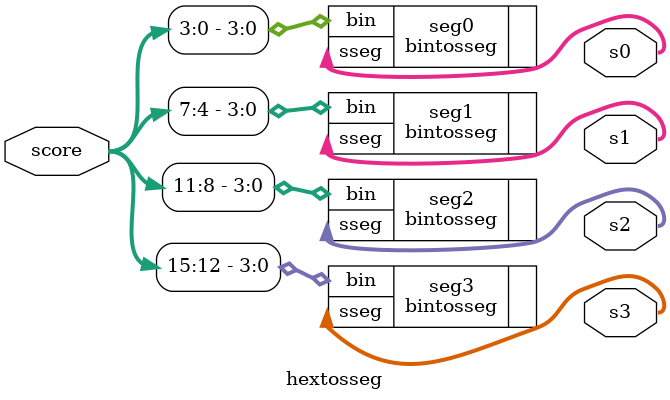
<source format=sv>
module hextosseg(
	input logic [15:0] score,
	output logic [6:0] s0,s1,s2,s3
);




bintosseg seg0(.bin(score[3:0]),.sseg(s0));
bintosseg seg1(.bin(score[7:4]),.sseg(s1));
bintosseg seg2(.bin(score[11:8]),.sseg(s2));
bintosseg seg3(.bin(score[15:12]),.sseg(s3));


endmodule
</source>
